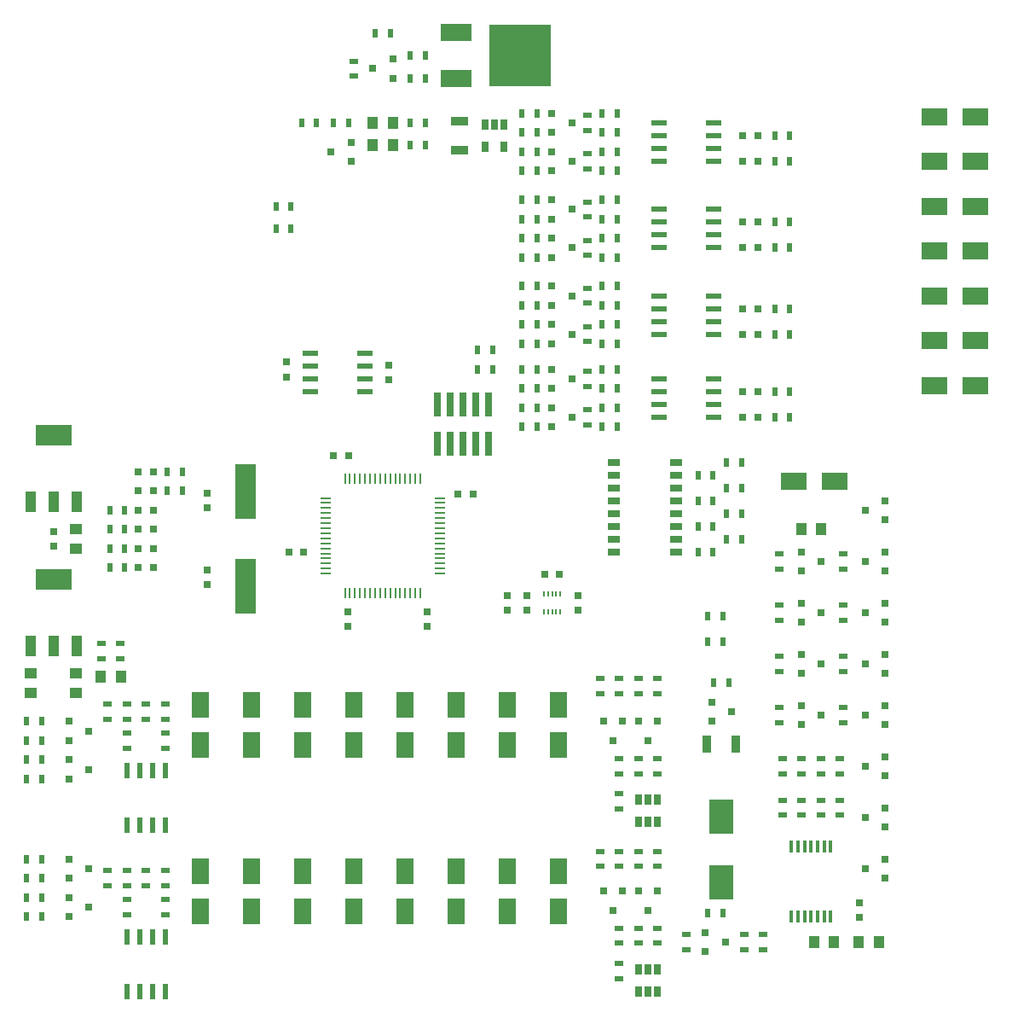
<source format=gtp>
%FSLAX46Y46*%
G04 Gerber Fmt 4.6, Leading zero omitted, Abs format (unit mm)*
G04 Created by KiCad (PCBNEW (2014-10-27 BZR 5228)-product) date 6/26/2015 11:48:30 AM*
%MOMM*%
G01*
G04 APERTURE LIST*
%ADD10C,0.100000*%
%ADD11R,1.250000X0.760000*%
%ADD12R,2.400300X3.500120*%
%ADD13R,0.750000X0.800000*%
%ADD14R,1.000000X1.250000*%
%ADD15R,0.800000X0.750000*%
%ADD16R,1.250000X1.000000*%
%ADD17R,0.797560X0.797560*%
%ADD18R,1.800860X2.499360*%
%ADD19R,2.499360X1.800860*%
%ADD20R,0.760000X2.400000*%
%ADD21R,1.550000X0.600000*%
%ADD22R,0.600000X1.550000*%
%ADD23R,0.500000X0.900000*%
%ADD24R,0.900000X0.500000*%
%ADD25R,1.700000X0.900000*%
%ADD26R,0.900000X1.700000*%
%ADD27R,0.400000X1.200000*%
%ADD28R,1.000000X0.250000*%
%ADD29R,0.250000X1.000000*%
%ADD30R,3.657600X2.032000*%
%ADD31R,1.016000X2.032000*%
%ADD32R,0.225000X0.600000*%
%ADD33R,1.998980X5.499100*%
%ADD34R,0.800100X0.800100*%
%ADD35R,0.650000X1.060000*%
%ADD36R,3.048000X1.651000*%
%ADD37R,6.096000X6.096000*%
G04 APERTURE END LIST*
D10*
D11*
X123407500Y-125095000D03*
X123407500Y-126365000D03*
X123407500Y-127635000D03*
X123407500Y-128905000D03*
X123407500Y-130175000D03*
X123407500Y-131445000D03*
X123407500Y-132715000D03*
X123407500Y-133985000D03*
X117257500Y-125095000D03*
X117257500Y-126365000D03*
X117257500Y-127635000D03*
X117257500Y-128905000D03*
X117257500Y-130175000D03*
X117257500Y-131445000D03*
X117257500Y-132715000D03*
X117257500Y-133985000D03*
D12*
X127952500Y-160261300D03*
X127952500Y-166763700D03*
D13*
X141605000Y-170295000D03*
X141605000Y-168795000D03*
D14*
X137842500Y-131762500D03*
X135842500Y-131762500D03*
D13*
X76835000Y-128155000D03*
X76835000Y-129655000D03*
X76835000Y-137275000D03*
X76835000Y-135775000D03*
D15*
X89420000Y-124460000D03*
X90920000Y-124460000D03*
X101802500Y-128270000D03*
X103302500Y-128270000D03*
D13*
X98742500Y-139902500D03*
X98742500Y-141402500D03*
D15*
X84975000Y-133985000D03*
X86475000Y-133985000D03*
D13*
X90805000Y-141402500D03*
X90805000Y-139902500D03*
X84772500Y-115137500D03*
X84772500Y-116637500D03*
X94932500Y-115455000D03*
X94932500Y-116955000D03*
D16*
X63817500Y-146002500D03*
X63817500Y-148002500D03*
X59372500Y-146002500D03*
X59372500Y-148002500D03*
D14*
X93297500Y-93662500D03*
X95297500Y-93662500D03*
D16*
X63817500Y-131715000D03*
X63817500Y-133715000D03*
D13*
X61595000Y-131965000D03*
X61595000Y-133465000D03*
D14*
X95297500Y-91440000D03*
X93297500Y-91440000D03*
X66310000Y-146367500D03*
X68310000Y-146367500D03*
X143557500Y-172720000D03*
X141557500Y-172720000D03*
X137112500Y-172720000D03*
X139112500Y-172720000D03*
D13*
X106680000Y-139815000D03*
X106680000Y-138315000D03*
D15*
X110375000Y-136207500D03*
X111875000Y-136207500D03*
D13*
X108585000Y-139815000D03*
X108585000Y-138315000D03*
X113665000Y-139815000D03*
X113665000Y-138315000D03*
D17*
X130060700Y-120650000D03*
X131559300Y-120650000D03*
X130060700Y-92710000D03*
X131559300Y-92710000D03*
X130060700Y-118110000D03*
X131559300Y-118110000D03*
X130060700Y-95250000D03*
X131559300Y-95250000D03*
X130060700Y-112395000D03*
X131559300Y-112395000D03*
X130060700Y-101282500D03*
X131559300Y-101282500D03*
X130060700Y-109855000D03*
X131559300Y-109855000D03*
X130060700Y-103822500D03*
X131559300Y-103822500D03*
D18*
X76200000Y-149131020D03*
X76200000Y-153128980D03*
X86360000Y-149131020D03*
X86360000Y-153128980D03*
X96520000Y-149131020D03*
X96520000Y-153128980D03*
X106680000Y-149131020D03*
X106680000Y-153128980D03*
X76200000Y-165641020D03*
X76200000Y-169638980D03*
X86360000Y-165641020D03*
X86360000Y-169638980D03*
X96520000Y-165641020D03*
X96520000Y-169638980D03*
X106680000Y-165641020D03*
X106680000Y-169638980D03*
X81280000Y-149131020D03*
X81280000Y-153128980D03*
X91440000Y-149131020D03*
X91440000Y-153128980D03*
X101600000Y-149131020D03*
X101600000Y-153128980D03*
X111760000Y-149131020D03*
X111760000Y-153128980D03*
X81280000Y-165641020D03*
X81280000Y-169638980D03*
X91440000Y-165641020D03*
X91440000Y-169638980D03*
X101600000Y-165641020D03*
X101600000Y-169638980D03*
X111760000Y-165641020D03*
X111760000Y-169638980D03*
D17*
X71551800Y-129857500D03*
X70053200Y-129857500D03*
X71551800Y-131762500D03*
X70053200Y-131762500D03*
X71551800Y-133667500D03*
X70053200Y-133667500D03*
X71551800Y-135572500D03*
X70053200Y-135572500D03*
D19*
X135161020Y-127000000D03*
X139158980Y-127000000D03*
X153128980Y-90805000D03*
X149131020Y-90805000D03*
X153128980Y-117475000D03*
X149131020Y-117475000D03*
X153128980Y-95250000D03*
X149131020Y-95250000D03*
X153128980Y-113030000D03*
X149131020Y-113030000D03*
X153128980Y-99695000D03*
X149131020Y-99695000D03*
X153128980Y-108585000D03*
X149131020Y-108585000D03*
X153128980Y-104140000D03*
X149131020Y-104140000D03*
D17*
X71551800Y-127952500D03*
X70053200Y-127952500D03*
X71551800Y-126047500D03*
X70053200Y-126047500D03*
D20*
X99695000Y-123235000D03*
X99695000Y-119335000D03*
X100965000Y-123235000D03*
X100965000Y-119335000D03*
X104775000Y-119335000D03*
X104775000Y-123235000D03*
X103505000Y-119335000D03*
X103505000Y-123235000D03*
X102235000Y-119335000D03*
X102235000Y-123235000D03*
D21*
X121760000Y-116840000D03*
X121760000Y-118110000D03*
X121760000Y-119380000D03*
X121760000Y-120650000D03*
X127160000Y-120650000D03*
X127160000Y-119380000D03*
X127160000Y-118110000D03*
X127160000Y-116840000D03*
X121760000Y-91440000D03*
X121760000Y-92710000D03*
X121760000Y-93980000D03*
X121760000Y-95250000D03*
X127160000Y-95250000D03*
X127160000Y-93980000D03*
X127160000Y-92710000D03*
X127160000Y-91440000D03*
X121760000Y-108585000D03*
X121760000Y-109855000D03*
X121760000Y-111125000D03*
X121760000Y-112395000D03*
X127160000Y-112395000D03*
X127160000Y-111125000D03*
X127160000Y-109855000D03*
X127160000Y-108585000D03*
X121760000Y-100012500D03*
X121760000Y-101282500D03*
X121760000Y-102552500D03*
X121760000Y-103822500D03*
X127160000Y-103822500D03*
X127160000Y-102552500D03*
X127160000Y-101282500D03*
X127160000Y-100012500D03*
D22*
X72707500Y-155732500D03*
X71437500Y-155732500D03*
X70167500Y-155732500D03*
X68897500Y-155732500D03*
X68897500Y-161132500D03*
X70167500Y-161132500D03*
X71437500Y-161132500D03*
X72707500Y-161132500D03*
X72707500Y-172242500D03*
X71437500Y-172242500D03*
X70167500Y-172242500D03*
X68897500Y-172242500D03*
X68897500Y-177642500D03*
X70167500Y-177642500D03*
X71437500Y-177642500D03*
X72707500Y-177642500D03*
D23*
X108152500Y-119697500D03*
X109652500Y-119697500D03*
X117590000Y-119697500D03*
X116090000Y-119697500D03*
X134735000Y-120650000D03*
X133235000Y-120650000D03*
X134735000Y-92710000D03*
X133235000Y-92710000D03*
X117590000Y-90487500D03*
X116090000Y-90487500D03*
X108152500Y-90487500D03*
X109652500Y-90487500D03*
X108152500Y-121602500D03*
X109652500Y-121602500D03*
X117590000Y-121602500D03*
X116090000Y-121602500D03*
X117590000Y-92392500D03*
X116090000Y-92392500D03*
X108152500Y-92392500D03*
X109652500Y-92392500D03*
D24*
X114617500Y-121400000D03*
X114617500Y-119900000D03*
X114617500Y-90690000D03*
X114617500Y-92190000D03*
D23*
X108152500Y-115887500D03*
X109652500Y-115887500D03*
X117590000Y-115887500D03*
X116090000Y-115887500D03*
X134735000Y-118110000D03*
X133235000Y-118110000D03*
X134735000Y-95250000D03*
X133235000Y-95250000D03*
X117590000Y-94297500D03*
X116090000Y-94297500D03*
X108152500Y-94297500D03*
X109652500Y-94297500D03*
X108152500Y-117792500D03*
X109652500Y-117792500D03*
X117590000Y-117792500D03*
X116090000Y-117792500D03*
X117590000Y-96202500D03*
X116090000Y-96202500D03*
X108152500Y-96202500D03*
X109652500Y-96202500D03*
D24*
X114617500Y-117590000D03*
X114617500Y-116090000D03*
X114617500Y-94500000D03*
X114617500Y-96000000D03*
D23*
X108152500Y-111442500D03*
X109652500Y-111442500D03*
X117590000Y-111442500D03*
X116090000Y-111442500D03*
X134735000Y-112395000D03*
X133235000Y-112395000D03*
X134735000Y-101282500D03*
X133235000Y-101282500D03*
X117590000Y-99060000D03*
X116090000Y-99060000D03*
X108152500Y-99060000D03*
X109652500Y-99060000D03*
X108152500Y-113347500D03*
X109652500Y-113347500D03*
X117590000Y-113347500D03*
X116090000Y-113347500D03*
X117590000Y-100965000D03*
X116090000Y-100965000D03*
X108152500Y-100965000D03*
X109652500Y-100965000D03*
D24*
X114617500Y-113145000D03*
X114617500Y-111645000D03*
X114617500Y-99262500D03*
X114617500Y-100762500D03*
D23*
X108152500Y-107632500D03*
X109652500Y-107632500D03*
X117590000Y-107632500D03*
X116090000Y-107632500D03*
X134735000Y-109855000D03*
X133235000Y-109855000D03*
X134735000Y-103822500D03*
X133235000Y-103822500D03*
X117590000Y-102870000D03*
X116090000Y-102870000D03*
X108152500Y-102870000D03*
X109652500Y-102870000D03*
X108152500Y-109537500D03*
X109652500Y-109537500D03*
X117590000Y-109537500D03*
X116090000Y-109537500D03*
X117590000Y-104775000D03*
X116090000Y-104775000D03*
X108152500Y-104775000D03*
X109652500Y-104775000D03*
D24*
X114617500Y-109335000D03*
X114617500Y-107835000D03*
X114617500Y-103072500D03*
X114617500Y-104572500D03*
X121602500Y-171335000D03*
X121602500Y-172835000D03*
X117792500Y-176327500D03*
X117792500Y-174827500D03*
X121602500Y-154507500D03*
X121602500Y-156007500D03*
X117792500Y-159500000D03*
X117792500Y-158000000D03*
X119697500Y-163715000D03*
X119697500Y-165215000D03*
X119697500Y-172835000D03*
X119697500Y-171335000D03*
X115887500Y-163715000D03*
X115887500Y-165215000D03*
X117792500Y-172835000D03*
X117792500Y-171335000D03*
X119697500Y-146570000D03*
X119697500Y-148070000D03*
X119697500Y-156007500D03*
X119697500Y-154507500D03*
X115887500Y-146570000D03*
X115887500Y-148070000D03*
X117792500Y-156007500D03*
X117792500Y-154507500D03*
X121602500Y-163715000D03*
X121602500Y-165215000D03*
X117792500Y-163715000D03*
X117792500Y-165215000D03*
X121602500Y-146570000D03*
X121602500Y-148070000D03*
X117792500Y-146570000D03*
X117792500Y-148070000D03*
D23*
X58940000Y-150812500D03*
X60440000Y-150812500D03*
D24*
X70802500Y-149110000D03*
X70802500Y-150610000D03*
D23*
X58940000Y-154622500D03*
X60440000Y-154622500D03*
D24*
X66992500Y-149110000D03*
X66992500Y-150610000D03*
D23*
X58940000Y-164465000D03*
X60440000Y-164465000D03*
D24*
X70802500Y-165620000D03*
X70802500Y-167120000D03*
D23*
X58940000Y-168275000D03*
X60440000Y-168275000D03*
D24*
X66992500Y-165620000D03*
X66992500Y-167120000D03*
X72707500Y-153467500D03*
X72707500Y-151967500D03*
X68897500Y-151967500D03*
X68897500Y-153467500D03*
X72707500Y-168477500D03*
X72707500Y-169977500D03*
X68897500Y-168477500D03*
X68897500Y-169977500D03*
D23*
X58940000Y-152717500D03*
X60440000Y-152717500D03*
D24*
X72707500Y-150610000D03*
X72707500Y-149110000D03*
D23*
X58940000Y-156527500D03*
X60440000Y-156527500D03*
D24*
X68897500Y-150610000D03*
X68897500Y-149110000D03*
D23*
X58940000Y-166370000D03*
X60440000Y-166370000D03*
D24*
X72707500Y-167120000D03*
X72707500Y-165620000D03*
D23*
X58940000Y-170180000D03*
X60440000Y-170180000D03*
D24*
X68897500Y-167120000D03*
X68897500Y-165620000D03*
X140017500Y-134187500D03*
X140017500Y-135687500D03*
X140017500Y-139267500D03*
X140017500Y-140767500D03*
X140017500Y-144347500D03*
X140017500Y-145847500D03*
X140017500Y-149427500D03*
X140017500Y-150927500D03*
X139700000Y-156007500D03*
X139700000Y-154507500D03*
X137795000Y-156007500D03*
X137795000Y-154507500D03*
X133667500Y-134187500D03*
X133667500Y-135687500D03*
X135890000Y-156007500D03*
X135890000Y-154507500D03*
X133667500Y-139267500D03*
X133667500Y-140767500D03*
X133985000Y-156007500D03*
X133985000Y-154507500D03*
X133667500Y-144347500D03*
X133667500Y-145847500D03*
X139700000Y-158635000D03*
X139700000Y-160135000D03*
X137795000Y-158635000D03*
X137795000Y-160135000D03*
X135890000Y-158635000D03*
X135890000Y-160135000D03*
X133985000Y-158635000D03*
X133985000Y-160135000D03*
X133667500Y-149427500D03*
X133667500Y-150927500D03*
D23*
X105207500Y-113982500D03*
X103707500Y-113982500D03*
X105207500Y-115887500D03*
X103707500Y-115887500D03*
X72910000Y-127952500D03*
X74410000Y-127952500D03*
X72910000Y-126047500D03*
X74410000Y-126047500D03*
X128067500Y-142875000D03*
X126567500Y-142875000D03*
X128067500Y-140335000D03*
X126567500Y-140335000D03*
X125615000Y-133985000D03*
X127115000Y-133985000D03*
X128472500Y-132715000D03*
X129972500Y-132715000D03*
X125615000Y-131445000D03*
X127115000Y-131445000D03*
X128472500Y-130175000D03*
X129972500Y-130175000D03*
X125615000Y-128905000D03*
X127115000Y-128905000D03*
X128472500Y-127635000D03*
X129972500Y-127635000D03*
X125615000Y-126365000D03*
X127115000Y-126365000D03*
X128472500Y-125095000D03*
X129972500Y-125095000D03*
X85205000Y-101917500D03*
X83705000Y-101917500D03*
X85205000Y-99695000D03*
X83705000Y-99695000D03*
X87745000Y-91440000D03*
X86245000Y-91440000D03*
X89420000Y-91440000D03*
X90920000Y-91440000D03*
D25*
X101917500Y-94160000D03*
X101917500Y-91260000D03*
D23*
X98540000Y-93662500D03*
X97040000Y-93662500D03*
X98540000Y-84772500D03*
X97040000Y-84772500D03*
X97040000Y-91440000D03*
X98540000Y-91440000D03*
D26*
X126502500Y-153035000D03*
X129402500Y-153035000D03*
D23*
X95047500Y-82550000D03*
X93547500Y-82550000D03*
D24*
X91440000Y-86792500D03*
X91440000Y-85292500D03*
D23*
X97040000Y-86995000D03*
X98540000Y-86995000D03*
X127202500Y-147002500D03*
X128702500Y-147002500D03*
D24*
X66357500Y-144577500D03*
X66357500Y-143077500D03*
D23*
X67195000Y-129857500D03*
X68695000Y-129857500D03*
X67195000Y-131762500D03*
X68695000Y-131762500D03*
X67195000Y-133667500D03*
X68695000Y-133667500D03*
X67195000Y-135572500D03*
X68695000Y-135572500D03*
D24*
X68262500Y-144577500D03*
X68262500Y-143077500D03*
X132080000Y-173470000D03*
X132080000Y-171970000D03*
X130175000Y-173470000D03*
X130175000Y-171970000D03*
D23*
X126567500Y-169862500D03*
X128067500Y-169862500D03*
D24*
X124460000Y-171970000D03*
X124460000Y-173470000D03*
D27*
X138792500Y-163237500D03*
X138142500Y-163237500D03*
X137492500Y-163237500D03*
X136842500Y-163237500D03*
X136192500Y-163237500D03*
X135542500Y-163237500D03*
X134892500Y-163237500D03*
X134892500Y-170137500D03*
X135542500Y-170137500D03*
X136192500Y-170137500D03*
X136842500Y-170137500D03*
X137492500Y-170137500D03*
X138142500Y-170137500D03*
X138792500Y-170137500D03*
D28*
X88597500Y-128647500D03*
X88597500Y-129147500D03*
X88597500Y-129647500D03*
X88597500Y-130147500D03*
X88597500Y-130647500D03*
X88597500Y-131147500D03*
X88597500Y-131647500D03*
X88597500Y-132147500D03*
X88597500Y-132647500D03*
X88597500Y-133147500D03*
X88597500Y-133647500D03*
X88597500Y-134147500D03*
X88597500Y-134647500D03*
X88597500Y-135147500D03*
X88597500Y-135647500D03*
X88597500Y-136147500D03*
D29*
X90547500Y-138097500D03*
X91047500Y-138097500D03*
X91547500Y-138097500D03*
X92047500Y-138097500D03*
X92547500Y-138097500D03*
X93047500Y-138097500D03*
X93547500Y-138097500D03*
X94047500Y-138097500D03*
X94547500Y-138097500D03*
X95047500Y-138097500D03*
X95547500Y-138097500D03*
X96047500Y-138097500D03*
X96547500Y-138097500D03*
X97047500Y-138097500D03*
X97547500Y-138097500D03*
X98047500Y-138097500D03*
D28*
X99997500Y-136147500D03*
X99997500Y-135647500D03*
X99997500Y-135147500D03*
X99997500Y-134647500D03*
X99997500Y-134147500D03*
X99997500Y-133647500D03*
X99997500Y-133147500D03*
X99997500Y-132647500D03*
X99997500Y-132147500D03*
X99997500Y-131647500D03*
X99997500Y-131147500D03*
X99997500Y-130647500D03*
X99997500Y-130147500D03*
X99997500Y-129647500D03*
X99997500Y-129147500D03*
X99997500Y-128647500D03*
D29*
X98047500Y-126697500D03*
X97547500Y-126697500D03*
X97047500Y-126697500D03*
X96547500Y-126697500D03*
X96047500Y-126697500D03*
X95547500Y-126697500D03*
X95047500Y-126697500D03*
X94547500Y-126697500D03*
X94047500Y-126697500D03*
X93547500Y-126697500D03*
X93047500Y-126697500D03*
X92547500Y-126697500D03*
X92047500Y-126697500D03*
X91547500Y-126697500D03*
X91047500Y-126697500D03*
X90547500Y-126697500D03*
D21*
X92552500Y-118110000D03*
X92552500Y-116840000D03*
X92552500Y-115570000D03*
X92552500Y-114300000D03*
X87152500Y-114300000D03*
X87152500Y-115570000D03*
X87152500Y-116840000D03*
X87152500Y-118110000D03*
D30*
X61595000Y-136715500D03*
D31*
X61595000Y-143319500D03*
X63881000Y-143319500D03*
X59309000Y-143319500D03*
D30*
X61595000Y-122428000D03*
D31*
X61595000Y-129032000D03*
X63881000Y-129032000D03*
X59309000Y-129032000D03*
D32*
X110325000Y-139965000D03*
X110725000Y-139965000D03*
X111125000Y-139965000D03*
X111525000Y-139965000D03*
X111925000Y-139965000D03*
X111925000Y-138165000D03*
X111525000Y-138165000D03*
X111125000Y-138165000D03*
X110725000Y-138165000D03*
X110325000Y-138165000D03*
D33*
X80645000Y-128016000D03*
X80645000Y-137414000D03*
D34*
X144193260Y-166367500D03*
X144193260Y-164467500D03*
X142194280Y-165417500D03*
X144193260Y-161287500D03*
X144193260Y-159387500D03*
X142194280Y-160337500D03*
X144193260Y-156207500D03*
X144193260Y-154307500D03*
X142194280Y-155257500D03*
X144193260Y-151127500D03*
X144193260Y-149227500D03*
X142194280Y-150177500D03*
X144193260Y-146047500D03*
X144193260Y-144147500D03*
X142194280Y-145097500D03*
X144193260Y-140967500D03*
X144193260Y-139067500D03*
X142194280Y-140017500D03*
X144193260Y-135887500D03*
X144193260Y-133987500D03*
X142194280Y-134937500D03*
X144193260Y-130807500D03*
X144193260Y-128907500D03*
X142194280Y-129857500D03*
X111076740Y-119700000D03*
X111076740Y-121600000D03*
X113075720Y-120650000D03*
X111076740Y-90490000D03*
X111076740Y-92390000D03*
X113075720Y-91440000D03*
X111076740Y-115890000D03*
X111076740Y-117790000D03*
X113075720Y-116840000D03*
X111076740Y-94300000D03*
X111076740Y-96200000D03*
X113075720Y-95250000D03*
X111076740Y-111445000D03*
X111076740Y-113345000D03*
X113075720Y-112395000D03*
X111076740Y-99062500D03*
X111076740Y-100962500D03*
X113075720Y-100012500D03*
X111076740Y-107635000D03*
X111076740Y-109535000D03*
X113075720Y-108585000D03*
X111076740Y-102872500D03*
X111076740Y-104772500D03*
X113075720Y-103822500D03*
D35*
X121600000Y-175430000D03*
X120650000Y-175430000D03*
X119700000Y-175430000D03*
X119700000Y-177630000D03*
X121600000Y-177630000D03*
X120650000Y-177630000D03*
X121600000Y-158602500D03*
X120650000Y-158602500D03*
X119700000Y-158602500D03*
X119700000Y-160802500D03*
X121600000Y-160802500D03*
X120650000Y-160802500D03*
D34*
X121600000Y-167591740D03*
X119700000Y-167591740D03*
X120650000Y-169590720D03*
X118107500Y-167591740D03*
X116207500Y-167591740D03*
X117157500Y-169590720D03*
X121600000Y-150764240D03*
X119700000Y-150764240D03*
X120650000Y-152763220D03*
X118107500Y-150764240D03*
X116207500Y-150764240D03*
X117157500Y-152763220D03*
X63134240Y-150815000D03*
X63134240Y-152715000D03*
X65133220Y-151765000D03*
X63134240Y-154625000D03*
X63134240Y-156525000D03*
X65133220Y-155575000D03*
X63134240Y-164467500D03*
X63134240Y-166367500D03*
X65133220Y-165417500D03*
X63134240Y-168277500D03*
X63134240Y-170177500D03*
X65133220Y-169227500D03*
X135841740Y-133987500D03*
X135841740Y-135887500D03*
X137840720Y-134937500D03*
X135841740Y-139067500D03*
X135841740Y-140967500D03*
X137840720Y-140017500D03*
X135841740Y-144147500D03*
X135841740Y-146047500D03*
X137840720Y-145097500D03*
X135841740Y-149227500D03*
X135841740Y-151127500D03*
X137840720Y-150177500D03*
X91170760Y-95247500D03*
X91170760Y-93347500D03*
X89171780Y-94297500D03*
X95298260Y-86992500D03*
X95298260Y-85092500D03*
X93299280Y-86042500D03*
X126316740Y-171770000D03*
X126316740Y-173670000D03*
X128315720Y-172720000D03*
D35*
X106360000Y-91610000D03*
X105410000Y-91610000D03*
X104460000Y-91610000D03*
X104460000Y-93810000D03*
X106360000Y-93810000D03*
D34*
X126951740Y-148910000D03*
X126951740Y-150810000D03*
X128950720Y-149860000D03*
D36*
X101592000Y-82443833D03*
D37*
X107942000Y-84729833D03*
D36*
X101592000Y-87015833D03*
M02*

</source>
